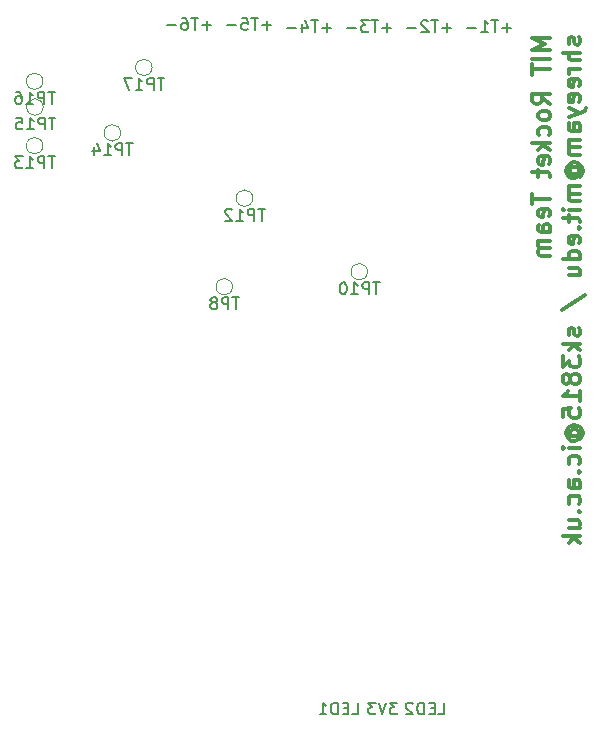
<source format=gbr>
G04 #@! TF.GenerationSoftware,KiCad,Pcbnew,(5.1.2)-1*
G04 #@! TF.CreationDate,2019-06-23T17:44:29+01:00*
G04 #@! TF.ProjectId,daq,6461712e-6b69-4636-9164-5f7063625858,rev?*
G04 #@! TF.SameCoordinates,Original*
G04 #@! TF.FileFunction,Legend,Bot*
G04 #@! TF.FilePolarity,Positive*
%FSLAX46Y46*%
G04 Gerber Fmt 4.6, Leading zero omitted, Abs format (unit mm)*
G04 Created by KiCad (PCBNEW (5.1.2)-1) date 2019-06-23 17:44:29*
%MOMM*%
%LPD*%
G04 APERTURE LIST*
%ADD10C,0.200000*%
%ADD11C,0.300000*%
%ADD12C,0.120000*%
%ADD13C,0.150000*%
G04 APERTURE END LIST*
D10*
X94389342Y-113190328D02*
X93627438Y-113190328D01*
X94008390Y-113571280D02*
X94008390Y-112809376D01*
X93294104Y-112571280D02*
X92722676Y-112571280D01*
X93008390Y-113571280D02*
X93008390Y-112571280D01*
X92436961Y-112666519D02*
X92389342Y-112618900D01*
X92294104Y-112571280D01*
X92056009Y-112571280D01*
X91960771Y-112618900D01*
X91913152Y-112666519D01*
X91865533Y-112761757D01*
X91865533Y-112856995D01*
X91913152Y-112999852D01*
X92484580Y-113571280D01*
X91865533Y-113571280D01*
X91436961Y-113190328D02*
X90675057Y-113190328D01*
X74069342Y-112999828D02*
X73307438Y-112999828D01*
X73688390Y-113380780D02*
X73688390Y-112618876D01*
X72974104Y-112380780D02*
X72402676Y-112380780D01*
X72688390Y-113380780D02*
X72688390Y-112380780D01*
X71640771Y-112380780D02*
X71831247Y-112380780D01*
X71926485Y-112428400D01*
X71974104Y-112476019D01*
X72069342Y-112618876D01*
X72116961Y-112809352D01*
X72116961Y-113190304D01*
X72069342Y-113285542D01*
X72021723Y-113333161D01*
X71926485Y-113380780D01*
X71736009Y-113380780D01*
X71640771Y-113333161D01*
X71593152Y-113285542D01*
X71545533Y-113190304D01*
X71545533Y-112952209D01*
X71593152Y-112856971D01*
X71640771Y-112809352D01*
X71736009Y-112761733D01*
X71926485Y-112761733D01*
X72021723Y-112809352D01*
X72069342Y-112856971D01*
X72116961Y-112952209D01*
X71116961Y-112999828D02*
X70355057Y-112999828D01*
X79149342Y-112999828D02*
X78387438Y-112999828D01*
X78768390Y-113380780D02*
X78768390Y-112618876D01*
X78054104Y-112380780D02*
X77482676Y-112380780D01*
X77768390Y-113380780D02*
X77768390Y-112380780D01*
X76673152Y-112380780D02*
X77149342Y-112380780D01*
X77196961Y-112856971D01*
X77149342Y-112809352D01*
X77054104Y-112761733D01*
X76816009Y-112761733D01*
X76720771Y-112809352D01*
X76673152Y-112856971D01*
X76625533Y-112952209D01*
X76625533Y-113190304D01*
X76673152Y-113285542D01*
X76720771Y-113333161D01*
X76816009Y-113380780D01*
X77054104Y-113380780D01*
X77149342Y-113333161D01*
X77196961Y-113285542D01*
X76196961Y-112999828D02*
X75435057Y-112999828D01*
X84229342Y-113190328D02*
X83467438Y-113190328D01*
X83848390Y-113571280D02*
X83848390Y-112809376D01*
X83134104Y-112571280D02*
X82562676Y-112571280D01*
X82848390Y-113571280D02*
X82848390Y-112571280D01*
X81800771Y-112904614D02*
X81800771Y-113571280D01*
X82038866Y-112523661D02*
X82276961Y-113237947D01*
X81657914Y-113237947D01*
X81276961Y-113190328D02*
X80515057Y-113190328D01*
X89309342Y-113190328D02*
X88547438Y-113190328D01*
X88928390Y-113571280D02*
X88928390Y-112809376D01*
X88214104Y-112571280D02*
X87642676Y-112571280D01*
X87928390Y-113571280D02*
X87928390Y-112571280D01*
X87404580Y-112571280D02*
X86785533Y-112571280D01*
X87118866Y-112952233D01*
X86976009Y-112952233D01*
X86880771Y-112999852D01*
X86833152Y-113047471D01*
X86785533Y-113142709D01*
X86785533Y-113380804D01*
X86833152Y-113476042D01*
X86880771Y-113523661D01*
X86976009Y-113571280D01*
X87261723Y-113571280D01*
X87356961Y-113523661D01*
X87404580Y-113476042D01*
X86356961Y-113190328D02*
X85595057Y-113190328D01*
X99469342Y-113190328D02*
X98707438Y-113190328D01*
X99088390Y-113571280D02*
X99088390Y-112809376D01*
X98374104Y-112571280D02*
X97802676Y-112571280D01*
X98088390Y-113571280D02*
X98088390Y-112571280D01*
X96945533Y-113571280D02*
X97516961Y-113571280D01*
X97231247Y-113571280D02*
X97231247Y-112571280D01*
X97326485Y-112714138D01*
X97421723Y-112809376D01*
X97516961Y-112856995D01*
X96516961Y-113190328D02*
X95755057Y-113190328D01*
X89820595Y-170330880D02*
X89201547Y-170330880D01*
X89534880Y-170711833D01*
X89392023Y-170711833D01*
X89296785Y-170759452D01*
X89249166Y-170807071D01*
X89201547Y-170902309D01*
X89201547Y-171140404D01*
X89249166Y-171235642D01*
X89296785Y-171283261D01*
X89392023Y-171330880D01*
X89677738Y-171330880D01*
X89772976Y-171283261D01*
X89820595Y-171235642D01*
X88915833Y-170330880D02*
X88582500Y-171330880D01*
X88249166Y-170330880D01*
X88011071Y-170330880D02*
X87392023Y-170330880D01*
X87725357Y-170711833D01*
X87582500Y-170711833D01*
X87487261Y-170759452D01*
X87439642Y-170807071D01*
X87392023Y-170902309D01*
X87392023Y-171140404D01*
X87439642Y-171235642D01*
X87487261Y-171283261D01*
X87582500Y-171330880D01*
X87868214Y-171330880D01*
X87963452Y-171283261D01*
X88011071Y-171235642D01*
X93321047Y-171330880D02*
X93797238Y-171330880D01*
X93797238Y-170330880D01*
X92987714Y-170807071D02*
X92654380Y-170807071D01*
X92511523Y-171330880D02*
X92987714Y-171330880D01*
X92987714Y-170330880D01*
X92511523Y-170330880D01*
X92082952Y-171330880D02*
X92082952Y-170330880D01*
X91844857Y-170330880D01*
X91702000Y-170378500D01*
X91606761Y-170473738D01*
X91559142Y-170568976D01*
X91511523Y-170759452D01*
X91511523Y-170902309D01*
X91559142Y-171092785D01*
X91606761Y-171188023D01*
X91702000Y-171283261D01*
X91844857Y-171330880D01*
X92082952Y-171330880D01*
X91130571Y-170426119D02*
X91082952Y-170378500D01*
X90987714Y-170330880D01*
X90749619Y-170330880D01*
X90654380Y-170378500D01*
X90606761Y-170426119D01*
X90559142Y-170521357D01*
X90559142Y-170616595D01*
X90606761Y-170759452D01*
X91178190Y-171330880D01*
X90559142Y-171330880D01*
X86018547Y-171330880D02*
X86494738Y-171330880D01*
X86494738Y-170330880D01*
X85685214Y-170807071D02*
X85351880Y-170807071D01*
X85209023Y-171330880D02*
X85685214Y-171330880D01*
X85685214Y-170330880D01*
X85209023Y-170330880D01*
X84780452Y-171330880D02*
X84780452Y-170330880D01*
X84542357Y-170330880D01*
X84399500Y-170378500D01*
X84304261Y-170473738D01*
X84256642Y-170568976D01*
X84209023Y-170759452D01*
X84209023Y-170902309D01*
X84256642Y-171092785D01*
X84304261Y-171188023D01*
X84399500Y-171283261D01*
X84542357Y-171330880D01*
X84780452Y-171330880D01*
X83256642Y-171330880D02*
X83828071Y-171330880D01*
X83542357Y-171330880D02*
X83542357Y-170330880D01*
X83637595Y-170473738D01*
X83732833Y-170568976D01*
X83828071Y-170616595D01*
D11*
X102781571Y-114090142D02*
X101281571Y-114090142D01*
X102353000Y-114590142D01*
X101281571Y-115090142D01*
X102781571Y-115090142D01*
X102781571Y-115804428D02*
X101281571Y-115804428D01*
X101281571Y-116304428D02*
X101281571Y-117161571D01*
X102781571Y-116733000D02*
X101281571Y-116733000D01*
X102781571Y-119661571D02*
X102067285Y-119161571D01*
X102781571Y-118804428D02*
X101281571Y-118804428D01*
X101281571Y-119375857D01*
X101353000Y-119518714D01*
X101424428Y-119590142D01*
X101567285Y-119661571D01*
X101781571Y-119661571D01*
X101924428Y-119590142D01*
X101995857Y-119518714D01*
X102067285Y-119375857D01*
X102067285Y-118804428D01*
X102781571Y-120518714D02*
X102710142Y-120375857D01*
X102638714Y-120304428D01*
X102495857Y-120233000D01*
X102067285Y-120233000D01*
X101924428Y-120304428D01*
X101853000Y-120375857D01*
X101781571Y-120518714D01*
X101781571Y-120733000D01*
X101853000Y-120875857D01*
X101924428Y-120947285D01*
X102067285Y-121018714D01*
X102495857Y-121018714D01*
X102638714Y-120947285D01*
X102710142Y-120875857D01*
X102781571Y-120733000D01*
X102781571Y-120518714D01*
X102710142Y-122304428D02*
X102781571Y-122161571D01*
X102781571Y-121875857D01*
X102710142Y-121733000D01*
X102638714Y-121661571D01*
X102495857Y-121590142D01*
X102067285Y-121590142D01*
X101924428Y-121661571D01*
X101853000Y-121733000D01*
X101781571Y-121875857D01*
X101781571Y-122161571D01*
X101853000Y-122304428D01*
X102781571Y-122947285D02*
X101281571Y-122947285D01*
X102210142Y-123090142D02*
X102781571Y-123518714D01*
X101781571Y-123518714D02*
X102353000Y-122947285D01*
X102710142Y-124733000D02*
X102781571Y-124590142D01*
X102781571Y-124304428D01*
X102710142Y-124161571D01*
X102567285Y-124090142D01*
X101995857Y-124090142D01*
X101853000Y-124161571D01*
X101781571Y-124304428D01*
X101781571Y-124590142D01*
X101853000Y-124733000D01*
X101995857Y-124804428D01*
X102138714Y-124804428D01*
X102281571Y-124090142D01*
X101781571Y-125233000D02*
X101781571Y-125804428D01*
X101281571Y-125447285D02*
X102567285Y-125447285D01*
X102710142Y-125518714D01*
X102781571Y-125661571D01*
X102781571Y-125804428D01*
X101281571Y-127233000D02*
X101281571Y-128090142D01*
X102781571Y-127661571D02*
X101281571Y-127661571D01*
X102710142Y-129161571D02*
X102781571Y-129018714D01*
X102781571Y-128733000D01*
X102710142Y-128590142D01*
X102567285Y-128518714D01*
X101995857Y-128518714D01*
X101853000Y-128590142D01*
X101781571Y-128733000D01*
X101781571Y-129018714D01*
X101853000Y-129161571D01*
X101995857Y-129233000D01*
X102138714Y-129233000D01*
X102281571Y-128518714D01*
X102781571Y-130518714D02*
X101995857Y-130518714D01*
X101853000Y-130447285D01*
X101781571Y-130304428D01*
X101781571Y-130018714D01*
X101853000Y-129875857D01*
X102710142Y-130518714D02*
X102781571Y-130375857D01*
X102781571Y-130018714D01*
X102710142Y-129875857D01*
X102567285Y-129804428D01*
X102424428Y-129804428D01*
X102281571Y-129875857D01*
X102210142Y-130018714D01*
X102210142Y-130375857D01*
X102138714Y-130518714D01*
X102781571Y-131233000D02*
X101781571Y-131233000D01*
X101924428Y-131233000D02*
X101853000Y-131304428D01*
X101781571Y-131447285D01*
X101781571Y-131661571D01*
X101853000Y-131804428D01*
X101995857Y-131875857D01*
X102781571Y-131875857D01*
X101995857Y-131875857D02*
X101853000Y-131947285D01*
X101781571Y-132090142D01*
X101781571Y-132304428D01*
X101853000Y-132447285D01*
X101995857Y-132518714D01*
X102781571Y-132518714D01*
X105260142Y-114018714D02*
X105331571Y-114161571D01*
X105331571Y-114447285D01*
X105260142Y-114590142D01*
X105117285Y-114661571D01*
X105045857Y-114661571D01*
X104903000Y-114590142D01*
X104831571Y-114447285D01*
X104831571Y-114233000D01*
X104760142Y-114090142D01*
X104617285Y-114018714D01*
X104545857Y-114018714D01*
X104403000Y-114090142D01*
X104331571Y-114233000D01*
X104331571Y-114447285D01*
X104403000Y-114590142D01*
X105331571Y-115304428D02*
X103831571Y-115304428D01*
X105331571Y-115947285D02*
X104545857Y-115947285D01*
X104403000Y-115875857D01*
X104331571Y-115733000D01*
X104331571Y-115518714D01*
X104403000Y-115375857D01*
X104474428Y-115304428D01*
X105331571Y-116661571D02*
X104331571Y-116661571D01*
X104617285Y-116661571D02*
X104474428Y-116733000D01*
X104403000Y-116804428D01*
X104331571Y-116947285D01*
X104331571Y-117090142D01*
X105260142Y-118161571D02*
X105331571Y-118018714D01*
X105331571Y-117733000D01*
X105260142Y-117590142D01*
X105117285Y-117518714D01*
X104545857Y-117518714D01*
X104403000Y-117590142D01*
X104331571Y-117733000D01*
X104331571Y-118018714D01*
X104403000Y-118161571D01*
X104545857Y-118233000D01*
X104688714Y-118233000D01*
X104831571Y-117518714D01*
X105260142Y-119447285D02*
X105331571Y-119304428D01*
X105331571Y-119018714D01*
X105260142Y-118875857D01*
X105117285Y-118804428D01*
X104545857Y-118804428D01*
X104403000Y-118875857D01*
X104331571Y-119018714D01*
X104331571Y-119304428D01*
X104403000Y-119447285D01*
X104545857Y-119518714D01*
X104688714Y-119518714D01*
X104831571Y-118804428D01*
X104331571Y-120018714D02*
X105331571Y-120375857D01*
X104331571Y-120733000D02*
X105331571Y-120375857D01*
X105688714Y-120233000D01*
X105760142Y-120161571D01*
X105831571Y-120018714D01*
X105331571Y-121947285D02*
X104545857Y-121947285D01*
X104403000Y-121875857D01*
X104331571Y-121733000D01*
X104331571Y-121447285D01*
X104403000Y-121304428D01*
X105260142Y-121947285D02*
X105331571Y-121804428D01*
X105331571Y-121447285D01*
X105260142Y-121304428D01*
X105117285Y-121233000D01*
X104974428Y-121233000D01*
X104831571Y-121304428D01*
X104760142Y-121447285D01*
X104760142Y-121804428D01*
X104688714Y-121947285D01*
X105331571Y-122661571D02*
X104331571Y-122661571D01*
X104474428Y-122661571D02*
X104403000Y-122733000D01*
X104331571Y-122875857D01*
X104331571Y-123090142D01*
X104403000Y-123233000D01*
X104545857Y-123304428D01*
X105331571Y-123304428D01*
X104545857Y-123304428D02*
X104403000Y-123375857D01*
X104331571Y-123518714D01*
X104331571Y-123733000D01*
X104403000Y-123875857D01*
X104545857Y-123947285D01*
X105331571Y-123947285D01*
X104617285Y-125590142D02*
X104545857Y-125518714D01*
X104474428Y-125375857D01*
X104474428Y-125233000D01*
X104545857Y-125090142D01*
X104617285Y-125018714D01*
X104760142Y-124947285D01*
X104903000Y-124947285D01*
X105045857Y-125018714D01*
X105117285Y-125090142D01*
X105188714Y-125233000D01*
X105188714Y-125375857D01*
X105117285Y-125518714D01*
X105045857Y-125590142D01*
X104474428Y-125590142D02*
X105045857Y-125590142D01*
X105117285Y-125661571D01*
X105117285Y-125733000D01*
X105045857Y-125875857D01*
X104903000Y-125947285D01*
X104545857Y-125947285D01*
X104331571Y-125804428D01*
X104188714Y-125590142D01*
X104117285Y-125304428D01*
X104188714Y-125018714D01*
X104331571Y-124804428D01*
X104545857Y-124661571D01*
X104831571Y-124590142D01*
X105117285Y-124661571D01*
X105331571Y-124804428D01*
X105474428Y-125018714D01*
X105545857Y-125304428D01*
X105474428Y-125590142D01*
X105331571Y-125804428D01*
X105331571Y-126590142D02*
X104331571Y-126590142D01*
X104474428Y-126590142D02*
X104403000Y-126661571D01*
X104331571Y-126804428D01*
X104331571Y-127018714D01*
X104403000Y-127161571D01*
X104545857Y-127233000D01*
X105331571Y-127233000D01*
X104545857Y-127233000D02*
X104403000Y-127304428D01*
X104331571Y-127447285D01*
X104331571Y-127661571D01*
X104403000Y-127804428D01*
X104545857Y-127875857D01*
X105331571Y-127875857D01*
X105331571Y-128590142D02*
X104331571Y-128590142D01*
X103831571Y-128590142D02*
X103903000Y-128518714D01*
X103974428Y-128590142D01*
X103903000Y-128661571D01*
X103831571Y-128590142D01*
X103974428Y-128590142D01*
X104331571Y-129090142D02*
X104331571Y-129661571D01*
X103831571Y-129304428D02*
X105117285Y-129304428D01*
X105260142Y-129375857D01*
X105331571Y-129518714D01*
X105331571Y-129661571D01*
X105188714Y-130161571D02*
X105260142Y-130233000D01*
X105331571Y-130161571D01*
X105260142Y-130090142D01*
X105188714Y-130161571D01*
X105331571Y-130161571D01*
X105260142Y-131447285D02*
X105331571Y-131304428D01*
X105331571Y-131018714D01*
X105260142Y-130875857D01*
X105117285Y-130804428D01*
X104545857Y-130804428D01*
X104403000Y-130875857D01*
X104331571Y-131018714D01*
X104331571Y-131304428D01*
X104403000Y-131447285D01*
X104545857Y-131518714D01*
X104688714Y-131518714D01*
X104831571Y-130804428D01*
X105331571Y-132804428D02*
X103831571Y-132804428D01*
X105260142Y-132804428D02*
X105331571Y-132661571D01*
X105331571Y-132375857D01*
X105260142Y-132233000D01*
X105188714Y-132161571D01*
X105045857Y-132090142D01*
X104617285Y-132090142D01*
X104474428Y-132161571D01*
X104403000Y-132233000D01*
X104331571Y-132375857D01*
X104331571Y-132661571D01*
X104403000Y-132804428D01*
X104331571Y-134161571D02*
X105331571Y-134161571D01*
X104331571Y-133518714D02*
X105117285Y-133518714D01*
X105260142Y-133590142D01*
X105331571Y-133733000D01*
X105331571Y-133947285D01*
X105260142Y-134090142D01*
X105188714Y-134161571D01*
X103760142Y-137090142D02*
X105688714Y-135804428D01*
X105260142Y-138661571D02*
X105331571Y-138804428D01*
X105331571Y-139090142D01*
X105260142Y-139233000D01*
X105117285Y-139304428D01*
X105045857Y-139304428D01*
X104903000Y-139233000D01*
X104831571Y-139090142D01*
X104831571Y-138875857D01*
X104760142Y-138733000D01*
X104617285Y-138661571D01*
X104545857Y-138661571D01*
X104403000Y-138733000D01*
X104331571Y-138875857D01*
X104331571Y-139090142D01*
X104403000Y-139233000D01*
X105331571Y-139947285D02*
X103831571Y-139947285D01*
X104760142Y-140090142D02*
X105331571Y-140518714D01*
X104331571Y-140518714D02*
X104903000Y-139947285D01*
X103831571Y-141018714D02*
X103831571Y-141947285D01*
X104403000Y-141447285D01*
X104403000Y-141661571D01*
X104474428Y-141804428D01*
X104545857Y-141875857D01*
X104688714Y-141947285D01*
X105045857Y-141947285D01*
X105188714Y-141875857D01*
X105260142Y-141804428D01*
X105331571Y-141661571D01*
X105331571Y-141233000D01*
X105260142Y-141090142D01*
X105188714Y-141018714D01*
X104474428Y-142804428D02*
X104403000Y-142661571D01*
X104331571Y-142590142D01*
X104188714Y-142518714D01*
X104117285Y-142518714D01*
X103974428Y-142590142D01*
X103903000Y-142661571D01*
X103831571Y-142804428D01*
X103831571Y-143090142D01*
X103903000Y-143233000D01*
X103974428Y-143304428D01*
X104117285Y-143375857D01*
X104188714Y-143375857D01*
X104331571Y-143304428D01*
X104403000Y-143233000D01*
X104474428Y-143090142D01*
X104474428Y-142804428D01*
X104545857Y-142661571D01*
X104617285Y-142590142D01*
X104760142Y-142518714D01*
X105045857Y-142518714D01*
X105188714Y-142590142D01*
X105260142Y-142661571D01*
X105331571Y-142804428D01*
X105331571Y-143090142D01*
X105260142Y-143233000D01*
X105188714Y-143304428D01*
X105045857Y-143375857D01*
X104760142Y-143375857D01*
X104617285Y-143304428D01*
X104545857Y-143233000D01*
X104474428Y-143090142D01*
X105331571Y-144804428D02*
X105331571Y-143947285D01*
X105331571Y-144375857D02*
X103831571Y-144375857D01*
X104045857Y-144233000D01*
X104188714Y-144090142D01*
X104260142Y-143947285D01*
X103831571Y-146161571D02*
X103831571Y-145447285D01*
X104545857Y-145375857D01*
X104474428Y-145447285D01*
X104403000Y-145590142D01*
X104403000Y-145947285D01*
X104474428Y-146090142D01*
X104545857Y-146161571D01*
X104688714Y-146233000D01*
X105045857Y-146233000D01*
X105188714Y-146161571D01*
X105260142Y-146090142D01*
X105331571Y-145947285D01*
X105331571Y-145590142D01*
X105260142Y-145447285D01*
X105188714Y-145375857D01*
X104617285Y-147804428D02*
X104545857Y-147733000D01*
X104474428Y-147590142D01*
X104474428Y-147447285D01*
X104545857Y-147304428D01*
X104617285Y-147233000D01*
X104760142Y-147161571D01*
X104903000Y-147161571D01*
X105045857Y-147233000D01*
X105117285Y-147304428D01*
X105188714Y-147447285D01*
X105188714Y-147590142D01*
X105117285Y-147733000D01*
X105045857Y-147804428D01*
X104474428Y-147804428D02*
X105045857Y-147804428D01*
X105117285Y-147875857D01*
X105117285Y-147947285D01*
X105045857Y-148090142D01*
X104903000Y-148161571D01*
X104545857Y-148161571D01*
X104331571Y-148018714D01*
X104188714Y-147804428D01*
X104117285Y-147518714D01*
X104188714Y-147233000D01*
X104331571Y-147018714D01*
X104545857Y-146875857D01*
X104831571Y-146804428D01*
X105117285Y-146875857D01*
X105331571Y-147018714D01*
X105474428Y-147233000D01*
X105545857Y-147518714D01*
X105474428Y-147804428D01*
X105331571Y-148018714D01*
X105331571Y-148804428D02*
X104331571Y-148804428D01*
X103831571Y-148804428D02*
X103903000Y-148733000D01*
X103974428Y-148804428D01*
X103903000Y-148875857D01*
X103831571Y-148804428D01*
X103974428Y-148804428D01*
X105260142Y-150161571D02*
X105331571Y-150018714D01*
X105331571Y-149733000D01*
X105260142Y-149590142D01*
X105188714Y-149518714D01*
X105045857Y-149447285D01*
X104617285Y-149447285D01*
X104474428Y-149518714D01*
X104403000Y-149590142D01*
X104331571Y-149733000D01*
X104331571Y-150018714D01*
X104403000Y-150161571D01*
X105188714Y-150804428D02*
X105260142Y-150875857D01*
X105331571Y-150804428D01*
X105260142Y-150733000D01*
X105188714Y-150804428D01*
X105331571Y-150804428D01*
X105331571Y-152161571D02*
X104545857Y-152161571D01*
X104403000Y-152090142D01*
X104331571Y-151947285D01*
X104331571Y-151661571D01*
X104403000Y-151518714D01*
X105260142Y-152161571D02*
X105331571Y-152018714D01*
X105331571Y-151661571D01*
X105260142Y-151518714D01*
X105117285Y-151447285D01*
X104974428Y-151447285D01*
X104831571Y-151518714D01*
X104760142Y-151661571D01*
X104760142Y-152018714D01*
X104688714Y-152161571D01*
X105260142Y-153518714D02*
X105331571Y-153375857D01*
X105331571Y-153090142D01*
X105260142Y-152947285D01*
X105188714Y-152875857D01*
X105045857Y-152804428D01*
X104617285Y-152804428D01*
X104474428Y-152875857D01*
X104403000Y-152947285D01*
X104331571Y-153090142D01*
X104331571Y-153375857D01*
X104403000Y-153518714D01*
X105188714Y-154161571D02*
X105260142Y-154233000D01*
X105331571Y-154161571D01*
X105260142Y-154090142D01*
X105188714Y-154161571D01*
X105331571Y-154161571D01*
X104331571Y-155518714D02*
X105331571Y-155518714D01*
X104331571Y-154875857D02*
X105117285Y-154875857D01*
X105260142Y-154947285D01*
X105331571Y-155090142D01*
X105331571Y-155304428D01*
X105260142Y-155447285D01*
X105188714Y-155518714D01*
X105331571Y-156233000D02*
X103831571Y-156233000D01*
X104760142Y-156375857D02*
X105331571Y-156804428D01*
X104331571Y-156804428D02*
X104903000Y-156233000D01*
D12*
X87314000Y-133858000D02*
G75*
G03X87314000Y-133858000I-700000J0D01*
G01*
X69076800Y-116560600D02*
G75*
G03X69076800Y-116560600I-700000J0D01*
G01*
X59831200Y-117729000D02*
G75*
G03X59831200Y-117729000I-700000J0D01*
G01*
X59856600Y-119913400D02*
G75*
G03X59856600Y-119913400I-700000J0D01*
G01*
X66409800Y-122097800D02*
G75*
G03X66409800Y-122097800I-700000J0D01*
G01*
X59831200Y-123190000D02*
G75*
G03X59831200Y-123190000I-700000J0D01*
G01*
X77598500Y-127635000D02*
G75*
G03X77598500Y-127635000I-700000J0D01*
G01*
X75884000Y-135128000D02*
G75*
G03X75884000Y-135128000I-700000J0D01*
G01*
D13*
X88352095Y-134758380D02*
X87780666Y-134758380D01*
X88066380Y-135758380D02*
X88066380Y-134758380D01*
X87447333Y-135758380D02*
X87447333Y-134758380D01*
X87066380Y-134758380D01*
X86971142Y-134806000D01*
X86923523Y-134853619D01*
X86875904Y-134948857D01*
X86875904Y-135091714D01*
X86923523Y-135186952D01*
X86971142Y-135234571D01*
X87066380Y-135282190D01*
X87447333Y-135282190D01*
X85923523Y-135758380D02*
X86494952Y-135758380D01*
X86209238Y-135758380D02*
X86209238Y-134758380D01*
X86304476Y-134901238D01*
X86399714Y-134996476D01*
X86494952Y-135044095D01*
X85304476Y-134758380D02*
X85209238Y-134758380D01*
X85114000Y-134806000D01*
X85066380Y-134853619D01*
X85018761Y-134948857D01*
X84971142Y-135139333D01*
X84971142Y-135377428D01*
X85018761Y-135567904D01*
X85066380Y-135663142D01*
X85114000Y-135710761D01*
X85209238Y-135758380D01*
X85304476Y-135758380D01*
X85399714Y-135710761D01*
X85447333Y-135663142D01*
X85494952Y-135567904D01*
X85542571Y-135377428D01*
X85542571Y-135139333D01*
X85494952Y-134948857D01*
X85447333Y-134853619D01*
X85399714Y-134806000D01*
X85304476Y-134758380D01*
X70114895Y-117460980D02*
X69543466Y-117460980D01*
X69829180Y-118460980D02*
X69829180Y-117460980D01*
X69210133Y-118460980D02*
X69210133Y-117460980D01*
X68829180Y-117460980D01*
X68733942Y-117508600D01*
X68686323Y-117556219D01*
X68638704Y-117651457D01*
X68638704Y-117794314D01*
X68686323Y-117889552D01*
X68733942Y-117937171D01*
X68829180Y-117984790D01*
X69210133Y-117984790D01*
X67686323Y-118460980D02*
X68257752Y-118460980D01*
X67972038Y-118460980D02*
X67972038Y-117460980D01*
X68067276Y-117603838D01*
X68162514Y-117699076D01*
X68257752Y-117746695D01*
X67352990Y-117460980D02*
X66686323Y-117460980D01*
X67114895Y-118460980D01*
X60869295Y-118629380D02*
X60297866Y-118629380D01*
X60583580Y-119629380D02*
X60583580Y-118629380D01*
X59964533Y-119629380D02*
X59964533Y-118629380D01*
X59583580Y-118629380D01*
X59488342Y-118677000D01*
X59440723Y-118724619D01*
X59393104Y-118819857D01*
X59393104Y-118962714D01*
X59440723Y-119057952D01*
X59488342Y-119105571D01*
X59583580Y-119153190D01*
X59964533Y-119153190D01*
X58440723Y-119629380D02*
X59012152Y-119629380D01*
X58726438Y-119629380D02*
X58726438Y-118629380D01*
X58821676Y-118772238D01*
X58916914Y-118867476D01*
X59012152Y-118915095D01*
X57583580Y-118629380D02*
X57774057Y-118629380D01*
X57869295Y-118677000D01*
X57916914Y-118724619D01*
X58012152Y-118867476D01*
X58059771Y-119057952D01*
X58059771Y-119438904D01*
X58012152Y-119534142D01*
X57964533Y-119581761D01*
X57869295Y-119629380D01*
X57678819Y-119629380D01*
X57583580Y-119581761D01*
X57535961Y-119534142D01*
X57488342Y-119438904D01*
X57488342Y-119200809D01*
X57535961Y-119105571D01*
X57583580Y-119057952D01*
X57678819Y-119010333D01*
X57869295Y-119010333D01*
X57964533Y-119057952D01*
X58012152Y-119105571D01*
X58059771Y-119200809D01*
X60894695Y-120813780D02*
X60323266Y-120813780D01*
X60608980Y-121813780D02*
X60608980Y-120813780D01*
X59989933Y-121813780D02*
X59989933Y-120813780D01*
X59608980Y-120813780D01*
X59513742Y-120861400D01*
X59466123Y-120909019D01*
X59418504Y-121004257D01*
X59418504Y-121147114D01*
X59466123Y-121242352D01*
X59513742Y-121289971D01*
X59608980Y-121337590D01*
X59989933Y-121337590D01*
X58466123Y-121813780D02*
X59037552Y-121813780D01*
X58751838Y-121813780D02*
X58751838Y-120813780D01*
X58847076Y-120956638D01*
X58942314Y-121051876D01*
X59037552Y-121099495D01*
X57561361Y-120813780D02*
X58037552Y-120813780D01*
X58085171Y-121289971D01*
X58037552Y-121242352D01*
X57942314Y-121194733D01*
X57704219Y-121194733D01*
X57608980Y-121242352D01*
X57561361Y-121289971D01*
X57513742Y-121385209D01*
X57513742Y-121623304D01*
X57561361Y-121718542D01*
X57608980Y-121766161D01*
X57704219Y-121813780D01*
X57942314Y-121813780D01*
X58037552Y-121766161D01*
X58085171Y-121718542D01*
X67447895Y-122998180D02*
X66876466Y-122998180D01*
X67162180Y-123998180D02*
X67162180Y-122998180D01*
X66543133Y-123998180D02*
X66543133Y-122998180D01*
X66162180Y-122998180D01*
X66066942Y-123045800D01*
X66019323Y-123093419D01*
X65971704Y-123188657D01*
X65971704Y-123331514D01*
X66019323Y-123426752D01*
X66066942Y-123474371D01*
X66162180Y-123521990D01*
X66543133Y-123521990D01*
X65019323Y-123998180D02*
X65590752Y-123998180D01*
X65305038Y-123998180D02*
X65305038Y-122998180D01*
X65400276Y-123141038D01*
X65495514Y-123236276D01*
X65590752Y-123283895D01*
X64162180Y-123331514D02*
X64162180Y-123998180D01*
X64400276Y-122950561D02*
X64638371Y-123664847D01*
X64019323Y-123664847D01*
X60869295Y-124090380D02*
X60297866Y-124090380D01*
X60583580Y-125090380D02*
X60583580Y-124090380D01*
X59964533Y-125090380D02*
X59964533Y-124090380D01*
X59583580Y-124090380D01*
X59488342Y-124138000D01*
X59440723Y-124185619D01*
X59393104Y-124280857D01*
X59393104Y-124423714D01*
X59440723Y-124518952D01*
X59488342Y-124566571D01*
X59583580Y-124614190D01*
X59964533Y-124614190D01*
X58440723Y-125090380D02*
X59012152Y-125090380D01*
X58726438Y-125090380D02*
X58726438Y-124090380D01*
X58821676Y-124233238D01*
X58916914Y-124328476D01*
X59012152Y-124376095D01*
X58107390Y-124090380D02*
X57488342Y-124090380D01*
X57821676Y-124471333D01*
X57678819Y-124471333D01*
X57583580Y-124518952D01*
X57535961Y-124566571D01*
X57488342Y-124661809D01*
X57488342Y-124899904D01*
X57535961Y-124995142D01*
X57583580Y-125042761D01*
X57678819Y-125090380D01*
X57964533Y-125090380D01*
X58059771Y-125042761D01*
X58107390Y-124995142D01*
X78636595Y-128535380D02*
X78065166Y-128535380D01*
X78350880Y-129535380D02*
X78350880Y-128535380D01*
X77731833Y-129535380D02*
X77731833Y-128535380D01*
X77350880Y-128535380D01*
X77255642Y-128583000D01*
X77208023Y-128630619D01*
X77160404Y-128725857D01*
X77160404Y-128868714D01*
X77208023Y-128963952D01*
X77255642Y-129011571D01*
X77350880Y-129059190D01*
X77731833Y-129059190D01*
X76208023Y-129535380D02*
X76779452Y-129535380D01*
X76493738Y-129535380D02*
X76493738Y-128535380D01*
X76588976Y-128678238D01*
X76684214Y-128773476D01*
X76779452Y-128821095D01*
X75827071Y-128630619D02*
X75779452Y-128583000D01*
X75684214Y-128535380D01*
X75446119Y-128535380D01*
X75350880Y-128583000D01*
X75303261Y-128630619D01*
X75255642Y-128725857D01*
X75255642Y-128821095D01*
X75303261Y-128963952D01*
X75874690Y-129535380D01*
X75255642Y-129535380D01*
X76445904Y-136028380D02*
X75874476Y-136028380D01*
X76160190Y-137028380D02*
X76160190Y-136028380D01*
X75541142Y-137028380D02*
X75541142Y-136028380D01*
X75160190Y-136028380D01*
X75064952Y-136076000D01*
X75017333Y-136123619D01*
X74969714Y-136218857D01*
X74969714Y-136361714D01*
X75017333Y-136456952D01*
X75064952Y-136504571D01*
X75160190Y-136552190D01*
X75541142Y-136552190D01*
X74398285Y-136456952D02*
X74493523Y-136409333D01*
X74541142Y-136361714D01*
X74588761Y-136266476D01*
X74588761Y-136218857D01*
X74541142Y-136123619D01*
X74493523Y-136076000D01*
X74398285Y-136028380D01*
X74207809Y-136028380D01*
X74112571Y-136076000D01*
X74064952Y-136123619D01*
X74017333Y-136218857D01*
X74017333Y-136266476D01*
X74064952Y-136361714D01*
X74112571Y-136409333D01*
X74207809Y-136456952D01*
X74398285Y-136456952D01*
X74493523Y-136504571D01*
X74541142Y-136552190D01*
X74588761Y-136647428D01*
X74588761Y-136837904D01*
X74541142Y-136933142D01*
X74493523Y-136980761D01*
X74398285Y-137028380D01*
X74207809Y-137028380D01*
X74112571Y-136980761D01*
X74064952Y-136933142D01*
X74017333Y-136837904D01*
X74017333Y-136647428D01*
X74064952Y-136552190D01*
X74112571Y-136504571D01*
X74207809Y-136456952D01*
M02*

</source>
